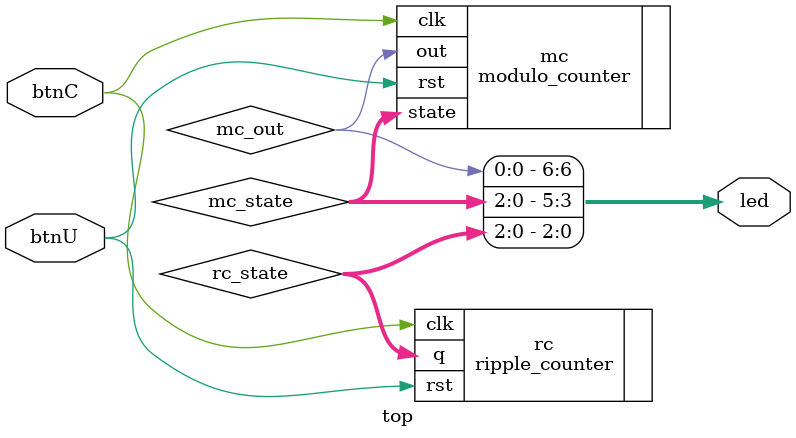
<source format=v>

module top(
    input btnC,           // Clock input
    input btnU,           // Reset input
    output [6:0] led      // LED outputs
);

    wire [2:0] rc_state;  // Ripple counter state
    wire [2:0] mc_state;  // Modulo counter state
    wire mc_out;          // Modulo counter output

    // Instantiate the ripple counter (divides by 8)
    ripple_counter rc(
        .clk(btnC),
        .rst(btnU),
        .q(rc_state)
    );

    // Instantiate the modulo counter (divides by 12, counts to 6)
    modulo_counter mc(
        .clk(btnC),
        .rst(btnU),
        .state(mc_state),
        .out(mc_out)
    );

    // Assign outputs to LEDs
    assign led[2:0] = rc_state;  // Ripple counter stages
    assign led[5:3] = mc_state;  // Modulo counter state
    assign led[6] = mc_out;      // Modulo counter output

endmodule

</source>
